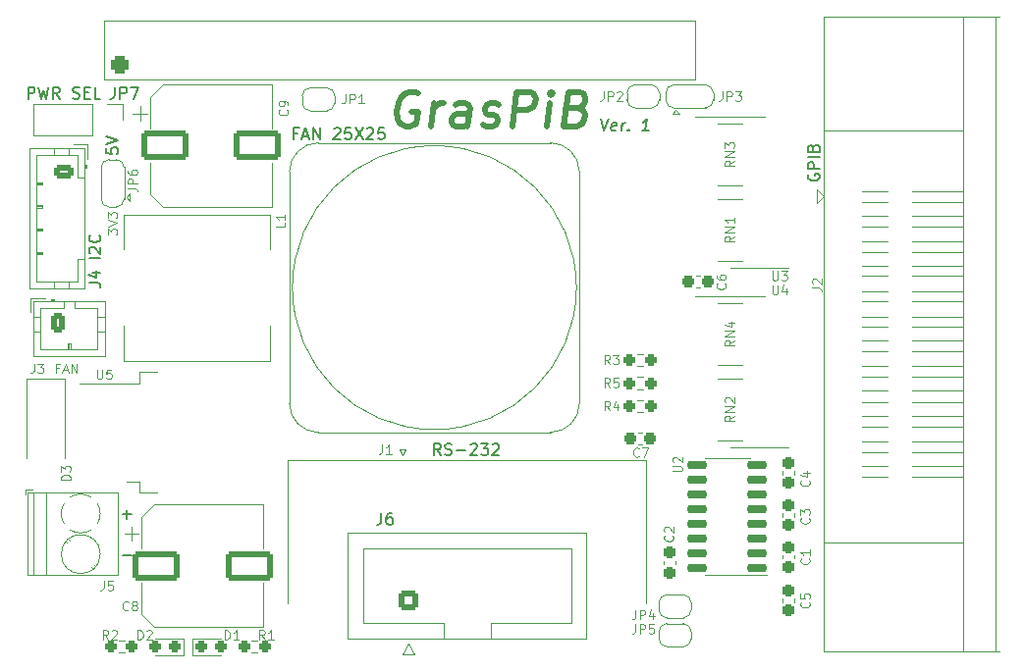
<source format=gbr>
%TF.GenerationSoftware,KiCad,Pcbnew,(6.0.2)*%
%TF.CreationDate,2022-03-12T22:20:01+01:00*%
%TF.ProjectId,GrasPiB_v1,47726173-5069-4425-9f76-312e6b696361,3*%
%TF.SameCoordinates,PX6779420PY3305860*%
%TF.FileFunction,Legend,Top*%
%TF.FilePolarity,Positive*%
%FSLAX46Y46*%
G04 Gerber Fmt 4.6, Leading zero omitted, Abs format (unit mm)*
G04 Created by KiCad (PCBNEW (6.0.2)) date 2022-03-12 22:20:01*
%MOMM*%
%LPD*%
G01*
G04 APERTURE LIST*
G04 Aperture macros list*
%AMRoundRect*
0 Rectangle with rounded corners*
0 $1 Rounding radius*
0 $2 $3 $4 $5 $6 $7 $8 $9 X,Y pos of 4 corners*
0 Add a 4 corners polygon primitive as box body*
4,1,4,$2,$3,$4,$5,$6,$7,$8,$9,$2,$3,0*
0 Add four circle primitives for the rounded corners*
1,1,$1+$1,$2,$3*
1,1,$1+$1,$4,$5*
1,1,$1+$1,$6,$7*
1,1,$1+$1,$8,$9*
0 Add four rect primitives between the rounded corners*
20,1,$1+$1,$2,$3,$4,$5,0*
20,1,$1+$1,$4,$5,$6,$7,0*
20,1,$1+$1,$6,$7,$8,$9,0*
20,1,$1+$1,$8,$9,$2,$3,0*%
%AMFreePoly0*
4,1,22,0.500000,-0.750000,0.000000,-0.750000,0.000000,-0.745033,-0.079941,-0.743568,-0.215256,-0.701293,-0.333266,-0.622738,-0.424486,-0.514219,-0.481581,-0.384460,-0.499164,-0.250000,-0.500000,-0.250000,-0.500000,0.250000,-0.499164,0.250000,-0.499963,0.256109,-0.478152,0.396186,-0.417904,0.524511,-0.324060,0.630769,-0.204165,0.706417,-0.067858,0.745374,0.000000,0.744959,0.000000,0.750000,
0.500000,0.750000,0.500000,-0.750000,0.500000,-0.750000,$1*%
%AMFreePoly1*
4,1,20,0.000000,0.744959,0.073905,0.744508,0.209726,0.703889,0.328688,0.626782,0.421226,0.519385,0.479903,0.390333,0.500000,0.250000,0.500000,-0.250000,0.499851,-0.262216,0.476331,-0.402017,0.414519,-0.529596,0.319384,-0.634700,0.198574,-0.708877,0.061801,-0.746166,0.000000,-0.745033,0.000000,-0.750000,-0.500000,-0.750000,-0.500000,0.750000,0.000000,0.750000,0.000000,0.744959,
0.000000,0.744959,$1*%
%AMFreePoly2*
4,1,22,0.550000,-0.750000,0.000000,-0.750000,0.000000,-0.745033,-0.079941,-0.743568,-0.215256,-0.701293,-0.333266,-0.622738,-0.424486,-0.514219,-0.481581,-0.384460,-0.499164,-0.250000,-0.500000,-0.250000,-0.500000,0.250000,-0.499164,0.250000,-0.499963,0.256109,-0.478152,0.396186,-0.417904,0.524511,-0.324060,0.630769,-0.204165,0.706417,-0.067858,0.745374,0.000000,0.744959,0.000000,0.750000,
0.550000,0.750000,0.550000,-0.750000,0.550000,-0.750000,$1*%
%AMFreePoly3*
4,1,20,0.000000,0.744959,0.073905,0.744508,0.209726,0.703889,0.328688,0.626782,0.421226,0.519385,0.479903,0.390333,0.500000,0.250000,0.500000,-0.250000,0.499851,-0.262216,0.476331,-0.402017,0.414519,-0.529596,0.319384,-0.634700,0.198574,-0.708877,0.061801,-0.746166,0.000000,-0.745033,0.000000,-0.750000,-0.550000,-0.750000,-0.550000,0.750000,0.000000,0.750000,0.000000,0.744959,
0.000000,0.744959,$1*%
G04 Aperture macros list end*
%ADD10C,0.120000*%
%ADD11C,0.150000*%
%ADD12C,0.500000*%
%ADD13C,4.000000*%
%ADD14R,1.600000X1.600000*%
%ADD15C,1.600000*%
%ADD16FreePoly0,180.000000*%
%ADD17FreePoly1,180.000000*%
%ADD18FreePoly2,0.000000*%
%ADD19R,1.000000X1.500000*%
%ADD20FreePoly3,0.000000*%
%ADD21RoundRect,0.237500X-0.300000X-0.237500X0.300000X-0.237500X0.300000X0.237500X-0.300000X0.237500X0*%
%ADD22R,0.900000X0.900000*%
%ADD23R,1.500000X0.600000*%
%ADD24RoundRect,0.237500X0.300000X0.237500X-0.300000X0.237500X-0.300000X-0.237500X0.300000X-0.237500X0*%
%ADD25R,1.800000X3.500000*%
%ADD26C,2.700000*%
%ADD27R,2.900000X5.400000*%
%ADD28R,4.600000X1.100000*%
%ADD29R,9.400000X10.800000*%
%ADD30FreePoly2,90.000000*%
%ADD31R,1.500000X1.000000*%
%ADD32FreePoly3,90.000000*%
%ADD33RoundRect,0.237500X0.250000X0.237500X-0.250000X0.237500X-0.250000X-0.237500X0.250000X-0.237500X0*%
%ADD34RoundRect,0.237500X0.287500X0.237500X-0.287500X0.237500X-0.287500X-0.237500X0.287500X-0.237500X0*%
%ADD35RoundRect,0.250000X-1.750000X-1.000000X1.750000X-1.000000X1.750000X1.000000X-1.750000X1.000000X0*%
%ADD36R,2.400000X2.400000*%
%ADD37C,2.400000*%
%ADD38R,1.700000X1.700000*%
%ADD39O,1.700000X1.700000*%
%ADD40RoundRect,0.237500X-0.287500X-0.237500X0.287500X-0.237500X0.287500X0.237500X-0.287500X0.237500X0*%
%ADD41RoundRect,0.237500X-0.237500X0.300000X-0.237500X-0.300000X0.237500X-0.300000X0.237500X0.300000X0*%
%ADD42RoundRect,0.250000X0.600000X-0.600000X0.600000X0.600000X-0.600000X0.600000X-0.600000X-0.600000X0*%
%ADD43C,1.700000*%
%ADD44O,2.000000X1.500000*%
%ADD45C,6.000000*%
%ADD46RoundRect,0.150000X0.725000X0.150000X-0.725000X0.150000X-0.725000X-0.150000X0.725000X-0.150000X0*%
%ADD47RoundRect,0.237500X0.237500X-0.300000X0.237500X0.300000X-0.237500X0.300000X-0.237500X-0.300000X0*%
%ADD48RoundRect,0.237500X-0.250000X-0.237500X0.250000X-0.237500X0.250000X0.237500X-0.250000X0.237500X0*%
%ADD49RoundRect,0.400000X-0.400000X-0.400000X0.400000X-0.400000X0.400000X0.400000X-0.400000X0.400000X0*%
%ADD50RoundRect,0.249999X-0.625001X0.350001X-0.625001X-0.350001X0.625001X-0.350001X0.625001X0.350001X0*%
%ADD51O,1.750000X1.200000*%
%ADD52RoundRect,0.249999X-0.350001X-0.625001X0.350001X-0.625001X0.350001X0.625001X-0.350001X0.625001X0*%
%ADD53O,1.200000X1.750000*%
G04 APERTURE END LIST*
D10*
X45500000Y-36500000D02*
G75*
G03*
X48000000Y-34000000I0J2500000D01*
G01*
X25500000Y-11500000D02*
G75*
G03*
X23000000Y-14000000I0J-2500000D01*
G01*
X23000000Y-34000000D02*
X23000000Y-14000000D01*
X48000000Y-14000000D02*
G75*
G03*
X45500000Y-11500000I-2500000J0D01*
G01*
X48000000Y-34000000D02*
X48000000Y-14000000D01*
X25500000Y-11500000D02*
X45500000Y-11500000D01*
X23000000Y-34000000D02*
G75*
G03*
X25500000Y-36500000I2500000J0D01*
G01*
X45500000Y-36500000D02*
X25500000Y-36500000D01*
X47750000Y-24000000D02*
G75*
G03*
X47750000Y-24000000I-12250000J0D01*
G01*
D11*
X23678571Y-10678571D02*
X23345238Y-10678571D01*
X23345238Y-11202380D02*
X23345238Y-10202380D01*
X23821428Y-10202380D01*
X24154761Y-10916666D02*
X24630952Y-10916666D01*
X24059523Y-11202380D02*
X24392857Y-10202380D01*
X24726190Y-11202380D01*
X25059523Y-11202380D02*
X25059523Y-10202380D01*
X25630952Y-11202380D01*
X25630952Y-10202380D01*
X26821428Y-10297619D02*
X26869047Y-10250000D01*
X26964285Y-10202380D01*
X27202380Y-10202380D01*
X27297619Y-10250000D01*
X27345238Y-10297619D01*
X27392857Y-10392857D01*
X27392857Y-10488095D01*
X27345238Y-10630952D01*
X26773809Y-11202380D01*
X27392857Y-11202380D01*
X28297619Y-10202380D02*
X27821428Y-10202380D01*
X27773809Y-10678571D01*
X27821428Y-10630952D01*
X27916666Y-10583333D01*
X28154761Y-10583333D01*
X28250000Y-10630952D01*
X28297619Y-10678571D01*
X28345238Y-10773809D01*
X28345238Y-11011904D01*
X28297619Y-11107142D01*
X28250000Y-11154761D01*
X28154761Y-11202380D01*
X27916666Y-11202380D01*
X27821428Y-11154761D01*
X27773809Y-11107142D01*
X28678571Y-10202380D02*
X29345238Y-11202380D01*
X29345238Y-10202380D02*
X28678571Y-11202380D01*
X29678571Y-10297619D02*
X29726190Y-10250000D01*
X29821428Y-10202380D01*
X30059523Y-10202380D01*
X30154761Y-10250000D01*
X30202380Y-10297619D01*
X30250000Y-10392857D01*
X30250000Y-10488095D01*
X30202380Y-10630952D01*
X29630952Y-11202380D01*
X30250000Y-11202380D01*
X31154761Y-10202380D02*
X30678571Y-10202380D01*
X30630952Y-10678571D01*
X30678571Y-10630952D01*
X30773809Y-10583333D01*
X31011904Y-10583333D01*
X31107142Y-10630952D01*
X31154761Y-10678571D01*
X31202380Y-10773809D01*
X31202380Y-11011904D01*
X31154761Y-11107142D01*
X31107142Y-11154761D01*
X31011904Y-11202380D01*
X30773809Y-11202380D01*
X30678571Y-11154761D01*
X30630952Y-11107142D01*
D10*
X7311904Y-19423238D02*
X7311904Y-18928000D01*
X7616666Y-19194666D01*
X7616666Y-19080380D01*
X7654761Y-19004190D01*
X7692857Y-18966095D01*
X7769047Y-18928000D01*
X7959523Y-18928000D01*
X8035714Y-18966095D01*
X8073809Y-19004190D01*
X8111904Y-19080380D01*
X8111904Y-19308952D01*
X8073809Y-19385142D01*
X8035714Y-19423238D01*
X7311904Y-18699428D02*
X8111904Y-18432761D01*
X7311904Y-18166095D01*
X7311904Y-17975619D02*
X7311904Y-17480380D01*
X7616666Y-17747047D01*
X7616666Y-17632761D01*
X7654761Y-17556571D01*
X7692857Y-17518476D01*
X7769047Y-17480380D01*
X7959523Y-17480380D01*
X8035714Y-17518476D01*
X8073809Y-17556571D01*
X8111904Y-17632761D01*
X8111904Y-17861333D01*
X8073809Y-17937523D01*
X8035714Y-17975619D01*
D12*
X34144553Y-7250000D02*
X33876696Y-7107142D01*
X33448125Y-7107142D01*
X33001696Y-7250000D01*
X32680267Y-7535714D01*
X32501696Y-7821428D01*
X32287410Y-8392857D01*
X32233839Y-8821428D01*
X32305267Y-9392857D01*
X32412410Y-9678571D01*
X32662410Y-9964285D01*
X33073125Y-10107142D01*
X33358839Y-10107142D01*
X33805267Y-9964285D01*
X33965982Y-9821428D01*
X34090982Y-8821428D01*
X33519553Y-8821428D01*
X35215982Y-10107142D02*
X35465982Y-8107142D01*
X35394553Y-8678571D02*
X35573125Y-8392857D01*
X35733839Y-8250000D01*
X36037410Y-8107142D01*
X36323125Y-8107142D01*
X38358839Y-10107142D02*
X38555267Y-8535714D01*
X38448125Y-8250000D01*
X38180267Y-8107142D01*
X37608839Y-8107142D01*
X37305267Y-8250000D01*
X38376696Y-9964285D02*
X38073125Y-10107142D01*
X37358839Y-10107142D01*
X37090982Y-9964285D01*
X36983839Y-9678571D01*
X37019553Y-9392857D01*
X37198125Y-9107142D01*
X37501696Y-8964285D01*
X38215982Y-8964285D01*
X38519553Y-8821428D01*
X39662410Y-9964285D02*
X39930267Y-10107142D01*
X40501696Y-10107142D01*
X40805267Y-9964285D01*
X40983839Y-9678571D01*
X41001696Y-9535714D01*
X40894553Y-9250000D01*
X40626696Y-9107142D01*
X40198125Y-9107142D01*
X39930267Y-8964285D01*
X39823125Y-8678571D01*
X39840982Y-8535714D01*
X40019553Y-8250000D01*
X40323125Y-8107142D01*
X40751696Y-8107142D01*
X41019553Y-8250000D01*
X42215982Y-10107142D02*
X42590982Y-7107142D01*
X43733839Y-7107142D01*
X44001696Y-7250000D01*
X44126696Y-7392857D01*
X44233839Y-7678571D01*
X44180267Y-8107142D01*
X44001696Y-8392857D01*
X43840982Y-8535714D01*
X43537410Y-8678571D01*
X42394553Y-8678571D01*
X45215982Y-10107142D02*
X45465982Y-8107142D01*
X45590982Y-7107142D02*
X45430267Y-7250000D01*
X45555267Y-7392857D01*
X45715982Y-7250000D01*
X45590982Y-7107142D01*
X45555267Y-7392857D01*
X47840982Y-8535714D02*
X48251696Y-8678571D01*
X48376696Y-8821428D01*
X48483839Y-9107142D01*
X48430267Y-9535714D01*
X48251696Y-9821428D01*
X48090982Y-9964285D01*
X47787410Y-10107142D01*
X46644553Y-10107142D01*
X47019553Y-7107142D01*
X48019553Y-7107142D01*
X48287410Y-7250000D01*
X48412410Y-7392857D01*
X48519553Y-7678571D01*
X48483839Y-7964285D01*
X48305267Y-8250000D01*
X48144553Y-8392857D01*
X47840982Y-8535714D01*
X46840982Y-8535714D01*
D11*
X8619047Y-47071428D02*
X9380952Y-47071428D01*
X36035714Y-38452380D02*
X35702380Y-37976190D01*
X35464285Y-38452380D02*
X35464285Y-37452380D01*
X35845238Y-37452380D01*
X35940476Y-37500000D01*
X35988095Y-37547619D01*
X36035714Y-37642857D01*
X36035714Y-37785714D01*
X35988095Y-37880952D01*
X35940476Y-37928571D01*
X35845238Y-37976190D01*
X35464285Y-37976190D01*
X36416666Y-38404761D02*
X36559523Y-38452380D01*
X36797619Y-38452380D01*
X36892857Y-38404761D01*
X36940476Y-38357142D01*
X36988095Y-38261904D01*
X36988095Y-38166666D01*
X36940476Y-38071428D01*
X36892857Y-38023809D01*
X36797619Y-37976190D01*
X36607142Y-37928571D01*
X36511904Y-37880952D01*
X36464285Y-37833333D01*
X36416666Y-37738095D01*
X36416666Y-37642857D01*
X36464285Y-37547619D01*
X36511904Y-37500000D01*
X36607142Y-37452380D01*
X36845238Y-37452380D01*
X36988095Y-37500000D01*
X37416666Y-38071428D02*
X38178571Y-38071428D01*
X38607142Y-37547619D02*
X38654761Y-37500000D01*
X38750000Y-37452380D01*
X38988095Y-37452380D01*
X39083333Y-37500000D01*
X39130952Y-37547619D01*
X39178571Y-37642857D01*
X39178571Y-37738095D01*
X39130952Y-37880952D01*
X38559523Y-38452380D01*
X39178571Y-38452380D01*
X39511904Y-37452380D02*
X40130952Y-37452380D01*
X39797619Y-37833333D01*
X39940476Y-37833333D01*
X40035714Y-37880952D01*
X40083333Y-37928571D01*
X40130952Y-38023809D01*
X40130952Y-38261904D01*
X40083333Y-38357142D01*
X40035714Y-38404761D01*
X39940476Y-38452380D01*
X39654761Y-38452380D01*
X39559523Y-38404761D01*
X39511904Y-38357142D01*
X40511904Y-37547619D02*
X40559523Y-37500000D01*
X40654761Y-37452380D01*
X40892857Y-37452380D01*
X40988095Y-37500000D01*
X41035714Y-37547619D01*
X41083333Y-37642857D01*
X41083333Y-37738095D01*
X41035714Y-37880952D01*
X40464285Y-38452380D01*
X41083333Y-38452380D01*
X452380Y-7702380D02*
X452380Y-6702380D01*
X833333Y-6702380D01*
X928571Y-6750000D01*
X976190Y-6797619D01*
X1023809Y-6892857D01*
X1023809Y-7035714D01*
X976190Y-7130952D01*
X928571Y-7178571D01*
X833333Y-7226190D01*
X452380Y-7226190D01*
X1357142Y-6702380D02*
X1595238Y-7702380D01*
X1785714Y-6988095D01*
X1976190Y-7702380D01*
X2214285Y-6702380D01*
X3166666Y-7702380D02*
X2833333Y-7226190D01*
X2595238Y-7702380D02*
X2595238Y-6702380D01*
X2976190Y-6702380D01*
X3071428Y-6750000D01*
X3119047Y-6797619D01*
X3166666Y-6892857D01*
X3166666Y-7035714D01*
X3119047Y-7130952D01*
X3071428Y-7178571D01*
X2976190Y-7226190D01*
X2595238Y-7226190D01*
X4309523Y-7654761D02*
X4452380Y-7702380D01*
X4690476Y-7702380D01*
X4785714Y-7654761D01*
X4833333Y-7607142D01*
X4880952Y-7511904D01*
X4880952Y-7416666D01*
X4833333Y-7321428D01*
X4785714Y-7273809D01*
X4690476Y-7226190D01*
X4500000Y-7178571D01*
X4404761Y-7130952D01*
X4357142Y-7083333D01*
X4309523Y-6988095D01*
X4309523Y-6892857D01*
X4357142Y-6797619D01*
X4404761Y-6750000D01*
X4500000Y-6702380D01*
X4738095Y-6702380D01*
X4880952Y-6750000D01*
X5309523Y-7178571D02*
X5642857Y-7178571D01*
X5785714Y-7702380D02*
X5309523Y-7702380D01*
X5309523Y-6702380D01*
X5785714Y-6702380D01*
X6690476Y-7702380D02*
X6214285Y-7702380D01*
X6214285Y-6702380D01*
X49863660Y-9452380D02*
X50071994Y-10452380D01*
X50530327Y-9452380D01*
X51125565Y-10404761D02*
X51024375Y-10452380D01*
X50833898Y-10452380D01*
X50744613Y-10404761D01*
X50708898Y-10309523D01*
X50756517Y-9928571D01*
X50816041Y-9833333D01*
X50917232Y-9785714D01*
X51107708Y-9785714D01*
X51196994Y-9833333D01*
X51232708Y-9928571D01*
X51220803Y-10023809D01*
X50732708Y-10119047D01*
X51595803Y-10452380D02*
X51679136Y-9785714D01*
X51655327Y-9976190D02*
X51714851Y-9880952D01*
X51768422Y-9833333D01*
X51869613Y-9785714D01*
X51964851Y-9785714D01*
X52226755Y-10357142D02*
X52268422Y-10404761D01*
X52214851Y-10452380D01*
X52173184Y-10404761D01*
X52226755Y-10357142D01*
X52214851Y-10452380D01*
X53976755Y-10452380D02*
X53405327Y-10452380D01*
X53691041Y-10452380D02*
X53816041Y-9452380D01*
X53702946Y-9595238D01*
X53595803Y-9690476D01*
X53494613Y-9738095D01*
X7202380Y-11938214D02*
X7202380Y-12414404D01*
X7678571Y-12462023D01*
X7630952Y-12414404D01*
X7583333Y-12319166D01*
X7583333Y-12081071D01*
X7630952Y-11985833D01*
X7678571Y-11938214D01*
X7773809Y-11890595D01*
X8011904Y-11890595D01*
X8107142Y-11938214D01*
X8154761Y-11985833D01*
X8202380Y-12081071D01*
X8202380Y-12319166D01*
X8154761Y-12414404D01*
X8107142Y-12462023D01*
X7202380Y-11604880D02*
X8202380Y-11271547D01*
X7202380Y-10938214D01*
X8619047Y-43571428D02*
X9380952Y-43571428D01*
X9000000Y-43952380D02*
X9000000Y-43190476D01*
X67750000Y-14226190D02*
X67702380Y-14321428D01*
X67702380Y-14464285D01*
X67750000Y-14607142D01*
X67845238Y-14702380D01*
X67940476Y-14750000D01*
X68130952Y-14797619D01*
X68273809Y-14797619D01*
X68464285Y-14750000D01*
X68559523Y-14702380D01*
X68654761Y-14607142D01*
X68702380Y-14464285D01*
X68702380Y-14369047D01*
X68654761Y-14226190D01*
X68607142Y-14178571D01*
X68273809Y-14178571D01*
X68273809Y-14369047D01*
X68702380Y-13750000D02*
X67702380Y-13750000D01*
X67702380Y-13369047D01*
X67750000Y-13273809D01*
X67797619Y-13226190D01*
X67892857Y-13178571D01*
X68035714Y-13178571D01*
X68130952Y-13226190D01*
X68178571Y-13273809D01*
X68226190Y-13369047D01*
X68226190Y-13750000D01*
X68702380Y-12750000D02*
X67702380Y-12750000D01*
X68178571Y-11940476D02*
X68226190Y-11797619D01*
X68273809Y-11750000D01*
X68369047Y-11702380D01*
X68511904Y-11702380D01*
X68607142Y-11750000D01*
X68654761Y-11797619D01*
X68702380Y-11892857D01*
X68702380Y-12273809D01*
X67702380Y-12273809D01*
X67702380Y-11940476D01*
X67750000Y-11845238D01*
X67797619Y-11797619D01*
X67892857Y-11750000D01*
X67988095Y-11750000D01*
X68083333Y-11797619D01*
X68130952Y-11845238D01*
X68178571Y-11940476D01*
X68178571Y-12273809D01*
X6702380Y-21476190D02*
X5702380Y-21476190D01*
X5797619Y-21047619D02*
X5750000Y-21000000D01*
X5702380Y-20904761D01*
X5702380Y-20666666D01*
X5750000Y-20571428D01*
X5797619Y-20523809D01*
X5892857Y-20476190D01*
X5988095Y-20476190D01*
X6130952Y-20523809D01*
X6702380Y-21095238D01*
X6702380Y-20476190D01*
X6607142Y-19476190D02*
X6654761Y-19523809D01*
X6702380Y-19666666D01*
X6702380Y-19761904D01*
X6654761Y-19904761D01*
X6559523Y-20000000D01*
X6464285Y-20047619D01*
X6273809Y-20095238D01*
X6130952Y-20095238D01*
X5940476Y-20047619D01*
X5845238Y-20000000D01*
X5750000Y-19904761D01*
X5702380Y-19761904D01*
X5702380Y-19666666D01*
X5750000Y-19523809D01*
X5797619Y-19476190D01*
D10*
X3102380Y-30942857D02*
X2835714Y-30942857D01*
X2835714Y-31361904D02*
X2835714Y-30561904D01*
X3216666Y-30561904D01*
X3483333Y-31133333D02*
X3864285Y-31133333D01*
X3407142Y-31361904D02*
X3673809Y-30561904D01*
X3940476Y-31361904D01*
X4207142Y-31361904D02*
X4207142Y-30561904D01*
X4664285Y-31361904D01*
X4664285Y-30561904D01*
%TO.C,J1*%
X30983333Y-37561904D02*
X30983333Y-38133333D01*
X30945238Y-38247619D01*
X30869047Y-38323809D01*
X30754761Y-38361904D01*
X30678571Y-38361904D01*
X31783333Y-38361904D02*
X31326190Y-38361904D01*
X31554761Y-38361904D02*
X31554761Y-37561904D01*
X31478571Y-37676190D01*
X31402380Y-37752380D01*
X31326190Y-37790476D01*
%TO.C,JP1*%
X27833333Y-7311904D02*
X27833333Y-7883333D01*
X27795238Y-7997619D01*
X27719047Y-8073809D01*
X27604761Y-8111904D01*
X27528571Y-8111904D01*
X28214285Y-8111904D02*
X28214285Y-7311904D01*
X28519047Y-7311904D01*
X28595238Y-7350000D01*
X28633333Y-7388095D01*
X28671428Y-7464285D01*
X28671428Y-7578571D01*
X28633333Y-7654761D01*
X28595238Y-7692857D01*
X28519047Y-7730952D01*
X28214285Y-7730952D01*
X29433333Y-8111904D02*
X28976190Y-8111904D01*
X29204761Y-8111904D02*
X29204761Y-7311904D01*
X29128571Y-7426190D01*
X29052380Y-7502380D01*
X28976190Y-7540476D01*
%TO.C,JP2*%
X50083333Y-7061904D02*
X50083333Y-7633333D01*
X50045238Y-7747619D01*
X49969047Y-7823809D01*
X49854761Y-7861904D01*
X49778571Y-7861904D01*
X50464285Y-7861904D02*
X50464285Y-7061904D01*
X50769047Y-7061904D01*
X50845238Y-7100000D01*
X50883333Y-7138095D01*
X50921428Y-7214285D01*
X50921428Y-7328571D01*
X50883333Y-7404761D01*
X50845238Y-7442857D01*
X50769047Y-7480952D01*
X50464285Y-7480952D01*
X51226190Y-7138095D02*
X51264285Y-7100000D01*
X51340476Y-7061904D01*
X51530952Y-7061904D01*
X51607142Y-7100000D01*
X51645238Y-7138095D01*
X51683333Y-7214285D01*
X51683333Y-7290476D01*
X51645238Y-7404761D01*
X51188095Y-7861904D01*
X51683333Y-7861904D01*
%TO.C,JP3*%
X60333333Y-7061904D02*
X60333333Y-7633333D01*
X60295238Y-7747619D01*
X60219047Y-7823809D01*
X60104761Y-7861904D01*
X60028571Y-7861904D01*
X60714285Y-7861904D02*
X60714285Y-7061904D01*
X61019047Y-7061904D01*
X61095238Y-7100000D01*
X61133333Y-7138095D01*
X61171428Y-7214285D01*
X61171428Y-7328571D01*
X61133333Y-7404761D01*
X61095238Y-7442857D01*
X61019047Y-7480952D01*
X60714285Y-7480952D01*
X61438095Y-7061904D02*
X61933333Y-7061904D01*
X61666666Y-7366666D01*
X61780952Y-7366666D01*
X61857142Y-7404761D01*
X61895238Y-7442857D01*
X61933333Y-7519047D01*
X61933333Y-7709523D01*
X61895238Y-7785714D01*
X61857142Y-7823809D01*
X61780952Y-7861904D01*
X61552380Y-7861904D01*
X61476190Y-7823809D01*
X61438095Y-7785714D01*
%TO.C,C7*%
X53116666Y-38535714D02*
X53078571Y-38573809D01*
X52964285Y-38611904D01*
X52888095Y-38611904D01*
X52773809Y-38573809D01*
X52697619Y-38497619D01*
X52659523Y-38421428D01*
X52621428Y-38269047D01*
X52621428Y-38154761D01*
X52659523Y-38002380D01*
X52697619Y-37926190D01*
X52773809Y-37850000D01*
X52888095Y-37811904D01*
X52964285Y-37811904D01*
X53078571Y-37850000D01*
X53116666Y-37888095D01*
X53383333Y-37811904D02*
X53916666Y-37811904D01*
X53573809Y-38611904D01*
%TO.C,RN1*%
X61361904Y-19552380D02*
X60980952Y-19819047D01*
X61361904Y-20009523D02*
X60561904Y-20009523D01*
X60561904Y-19704761D01*
X60600000Y-19628571D01*
X60638095Y-19590476D01*
X60714285Y-19552380D01*
X60828571Y-19552380D01*
X60904761Y-19590476D01*
X60942857Y-19628571D01*
X60980952Y-19704761D01*
X60980952Y-20009523D01*
X61361904Y-19209523D02*
X60561904Y-19209523D01*
X61361904Y-18752380D01*
X60561904Y-18752380D01*
X61361904Y-17952380D02*
X61361904Y-18409523D01*
X61361904Y-18180952D02*
X60561904Y-18180952D01*
X60676190Y-18257142D01*
X60752380Y-18333333D01*
X60790476Y-18409523D01*
%TO.C,RN3*%
X61361904Y-13052380D02*
X60980952Y-13319047D01*
X61361904Y-13509523D02*
X60561904Y-13509523D01*
X60561904Y-13204761D01*
X60600000Y-13128571D01*
X60638095Y-13090476D01*
X60714285Y-13052380D01*
X60828571Y-13052380D01*
X60904761Y-13090476D01*
X60942857Y-13128571D01*
X60980952Y-13204761D01*
X60980952Y-13509523D01*
X61361904Y-12709523D02*
X60561904Y-12709523D01*
X61361904Y-12252380D01*
X60561904Y-12252380D01*
X60561904Y-11947619D02*
X60561904Y-11452380D01*
X60866666Y-11719047D01*
X60866666Y-11604761D01*
X60904761Y-11528571D01*
X60942857Y-11490476D01*
X61019047Y-11452380D01*
X61209523Y-11452380D01*
X61285714Y-11490476D01*
X61323809Y-11528571D01*
X61361904Y-11604761D01*
X61361904Y-11833333D01*
X61323809Y-11909523D01*
X61285714Y-11947619D01*
%TO.C,U3*%
X64640476Y-22561904D02*
X64640476Y-23209523D01*
X64678571Y-23285714D01*
X64716666Y-23323809D01*
X64792857Y-23361904D01*
X64945238Y-23361904D01*
X65021428Y-23323809D01*
X65059523Y-23285714D01*
X65097619Y-23209523D01*
X65097619Y-22561904D01*
X65402380Y-22561904D02*
X65897619Y-22561904D01*
X65630952Y-22866666D01*
X65745238Y-22866666D01*
X65821428Y-22904761D01*
X65859523Y-22942857D01*
X65897619Y-23019047D01*
X65897619Y-23209523D01*
X65859523Y-23285714D01*
X65821428Y-23323809D01*
X65745238Y-23361904D01*
X65516666Y-23361904D01*
X65440476Y-23323809D01*
X65402380Y-23285714D01*
%TO.C,RN2*%
X61361904Y-35052380D02*
X60980952Y-35319047D01*
X61361904Y-35509523D02*
X60561904Y-35509523D01*
X60561904Y-35204761D01*
X60600000Y-35128571D01*
X60638095Y-35090476D01*
X60714285Y-35052380D01*
X60828571Y-35052380D01*
X60904761Y-35090476D01*
X60942857Y-35128571D01*
X60980952Y-35204761D01*
X60980952Y-35509523D01*
X61361904Y-34709523D02*
X60561904Y-34709523D01*
X61361904Y-34252380D01*
X60561904Y-34252380D01*
X60638095Y-33909523D02*
X60600000Y-33871428D01*
X60561904Y-33795238D01*
X60561904Y-33604761D01*
X60600000Y-33528571D01*
X60638095Y-33490476D01*
X60714285Y-33452380D01*
X60790476Y-33452380D01*
X60904761Y-33490476D01*
X61361904Y-33947619D01*
X61361904Y-33452380D01*
%TO.C,U4*%
X64640476Y-23811904D02*
X64640476Y-24459523D01*
X64678571Y-24535714D01*
X64716666Y-24573809D01*
X64792857Y-24611904D01*
X64945238Y-24611904D01*
X65021428Y-24573809D01*
X65059523Y-24535714D01*
X65097619Y-24459523D01*
X65097619Y-23811904D01*
X65821428Y-24078571D02*
X65821428Y-24611904D01*
X65630952Y-23773809D02*
X65440476Y-24345238D01*
X65935714Y-24345238D01*
%TO.C,RN4*%
X61361904Y-28552380D02*
X60980952Y-28819047D01*
X61361904Y-29009523D02*
X60561904Y-29009523D01*
X60561904Y-28704761D01*
X60600000Y-28628571D01*
X60638095Y-28590476D01*
X60714285Y-28552380D01*
X60828571Y-28552380D01*
X60904761Y-28590476D01*
X60942857Y-28628571D01*
X60980952Y-28704761D01*
X60980952Y-29009523D01*
X61361904Y-28209523D02*
X60561904Y-28209523D01*
X61361904Y-27752380D01*
X60561904Y-27752380D01*
X60828571Y-27028571D02*
X61361904Y-27028571D01*
X60523809Y-27219047D02*
X61095238Y-27409523D01*
X61095238Y-26914285D01*
%TO.C,C6*%
X60535714Y-23633333D02*
X60573809Y-23671428D01*
X60611904Y-23785714D01*
X60611904Y-23861904D01*
X60573809Y-23976190D01*
X60497619Y-24052380D01*
X60421428Y-24090476D01*
X60269047Y-24128571D01*
X60154761Y-24128571D01*
X60002380Y-24090476D01*
X59926190Y-24052380D01*
X59850000Y-23976190D01*
X59811904Y-23861904D01*
X59811904Y-23785714D01*
X59850000Y-23671428D01*
X59888095Y-23633333D01*
X59811904Y-22947619D02*
X59811904Y-23100000D01*
X59850000Y-23176190D01*
X59888095Y-23214285D01*
X60002380Y-23290476D01*
X60154761Y-23328571D01*
X60459523Y-23328571D01*
X60535714Y-23290476D01*
X60573809Y-23252380D01*
X60611904Y-23176190D01*
X60611904Y-23023809D01*
X60573809Y-22947619D01*
X60535714Y-22909523D01*
X60459523Y-22871428D01*
X60269047Y-22871428D01*
X60192857Y-22909523D01*
X60154761Y-22947619D01*
X60116666Y-23023809D01*
X60116666Y-23176190D01*
X60154761Y-23252380D01*
X60192857Y-23290476D01*
X60269047Y-23328571D01*
%TO.C,D3*%
X4111904Y-40590476D02*
X3311904Y-40590476D01*
X3311904Y-40400000D01*
X3350000Y-40285714D01*
X3426190Y-40209523D01*
X3502380Y-40171428D01*
X3654761Y-40133333D01*
X3769047Y-40133333D01*
X3921428Y-40171428D01*
X3997619Y-40209523D01*
X4073809Y-40285714D01*
X4111904Y-40400000D01*
X4111904Y-40590476D01*
X3311904Y-39866666D02*
X3311904Y-39371428D01*
X3616666Y-39638095D01*
X3616666Y-39523809D01*
X3654761Y-39447619D01*
X3692857Y-39409523D01*
X3769047Y-39371428D01*
X3959523Y-39371428D01*
X4035714Y-39409523D01*
X4073809Y-39447619D01*
X4111904Y-39523809D01*
X4111904Y-39752380D01*
X4073809Y-39828571D01*
X4035714Y-39866666D01*
%TO.C,L1*%
X22611904Y-18383333D02*
X22611904Y-18764285D01*
X21811904Y-18764285D01*
X22611904Y-17697619D02*
X22611904Y-18154761D01*
X22611904Y-17926190D02*
X21811904Y-17926190D01*
X21926190Y-18002380D01*
X22002380Y-18078571D01*
X22040476Y-18154761D01*
%TO.C,U5*%
X6390476Y-31061904D02*
X6390476Y-31709523D01*
X6428571Y-31785714D01*
X6466666Y-31823809D01*
X6542857Y-31861904D01*
X6695238Y-31861904D01*
X6771428Y-31823809D01*
X6809523Y-31785714D01*
X6847619Y-31709523D01*
X6847619Y-31061904D01*
X7609523Y-31061904D02*
X7228571Y-31061904D01*
X7190476Y-31442857D01*
X7228571Y-31404761D01*
X7304761Y-31366666D01*
X7495238Y-31366666D01*
X7571428Y-31404761D01*
X7609523Y-31442857D01*
X7647619Y-31519047D01*
X7647619Y-31709523D01*
X7609523Y-31785714D01*
X7571428Y-31823809D01*
X7495238Y-31861904D01*
X7304761Y-31861904D01*
X7228571Y-31823809D01*
X7190476Y-31785714D01*
%TO.C,JP5*%
X52833333Y-53061904D02*
X52833333Y-53633333D01*
X52795238Y-53747619D01*
X52719047Y-53823809D01*
X52604761Y-53861904D01*
X52528571Y-53861904D01*
X53214285Y-53861904D02*
X53214285Y-53061904D01*
X53519047Y-53061904D01*
X53595238Y-53100000D01*
X53633333Y-53138095D01*
X53671428Y-53214285D01*
X53671428Y-53328571D01*
X53633333Y-53404761D01*
X53595238Y-53442857D01*
X53519047Y-53480952D01*
X53214285Y-53480952D01*
X54395238Y-53061904D02*
X54014285Y-53061904D01*
X53976190Y-53442857D01*
X54014285Y-53404761D01*
X54090476Y-53366666D01*
X54280952Y-53366666D01*
X54357142Y-53404761D01*
X54395238Y-53442857D01*
X54433333Y-53519047D01*
X54433333Y-53709523D01*
X54395238Y-53785714D01*
X54357142Y-53823809D01*
X54280952Y-53861904D01*
X54090476Y-53861904D01*
X54014285Y-53823809D01*
X53976190Y-53785714D01*
%TO.C,JP6*%
X9061904Y-15416666D02*
X9633333Y-15416666D01*
X9747619Y-15454761D01*
X9823809Y-15530952D01*
X9861904Y-15645238D01*
X9861904Y-15721428D01*
X9861904Y-15035714D02*
X9061904Y-15035714D01*
X9061904Y-14730952D01*
X9100000Y-14654761D01*
X9138095Y-14616666D01*
X9214285Y-14578571D01*
X9328571Y-14578571D01*
X9404761Y-14616666D01*
X9442857Y-14654761D01*
X9480952Y-14730952D01*
X9480952Y-15035714D01*
X9061904Y-13892857D02*
X9061904Y-14045238D01*
X9100000Y-14121428D01*
X9138095Y-14159523D01*
X9252380Y-14235714D01*
X9404761Y-14273809D01*
X9709523Y-14273809D01*
X9785714Y-14235714D01*
X9823809Y-14197619D01*
X9861904Y-14121428D01*
X9861904Y-13969047D01*
X9823809Y-13892857D01*
X9785714Y-13854761D01*
X9709523Y-13816666D01*
X9519047Y-13816666D01*
X9442857Y-13854761D01*
X9404761Y-13892857D01*
X9366666Y-13969047D01*
X9366666Y-14121428D01*
X9404761Y-14197619D01*
X9442857Y-14235714D01*
X9519047Y-14273809D01*
%TO.C,R2*%
X7366666Y-54361904D02*
X7100000Y-53980952D01*
X6909523Y-54361904D02*
X6909523Y-53561904D01*
X7214285Y-53561904D01*
X7290476Y-53600000D01*
X7328571Y-53638095D01*
X7366666Y-53714285D01*
X7366666Y-53828571D01*
X7328571Y-53904761D01*
X7290476Y-53942857D01*
X7214285Y-53980952D01*
X6909523Y-53980952D01*
X7671428Y-53638095D02*
X7709523Y-53600000D01*
X7785714Y-53561904D01*
X7976190Y-53561904D01*
X8052380Y-53600000D01*
X8090476Y-53638095D01*
X8128571Y-53714285D01*
X8128571Y-53790476D01*
X8090476Y-53904761D01*
X7633333Y-54361904D01*
X8128571Y-54361904D01*
%TO.C,R1*%
X20866666Y-54361904D02*
X20600000Y-53980952D01*
X20409523Y-54361904D02*
X20409523Y-53561904D01*
X20714285Y-53561904D01*
X20790476Y-53600000D01*
X20828571Y-53638095D01*
X20866666Y-53714285D01*
X20866666Y-53828571D01*
X20828571Y-53904761D01*
X20790476Y-53942857D01*
X20714285Y-53980952D01*
X20409523Y-53980952D01*
X21628571Y-54361904D02*
X21171428Y-54361904D01*
X21400000Y-54361904D02*
X21400000Y-53561904D01*
X21323809Y-53676190D01*
X21247619Y-53752380D01*
X21171428Y-53790476D01*
%TO.C,D2*%
X9909523Y-54361904D02*
X9909523Y-53561904D01*
X10100000Y-53561904D01*
X10214285Y-53600000D01*
X10290476Y-53676190D01*
X10328571Y-53752380D01*
X10366666Y-53904761D01*
X10366666Y-54019047D01*
X10328571Y-54171428D01*
X10290476Y-54247619D01*
X10214285Y-54323809D01*
X10100000Y-54361904D01*
X9909523Y-54361904D01*
X10671428Y-53638095D02*
X10709523Y-53600000D01*
X10785714Y-53561904D01*
X10976190Y-53561904D01*
X11052380Y-53600000D01*
X11090476Y-53638095D01*
X11128571Y-53714285D01*
X11128571Y-53790476D01*
X11090476Y-53904761D01*
X10633333Y-54361904D01*
X11128571Y-54361904D01*
%TO.C,C9*%
X22785714Y-8633333D02*
X22823809Y-8671428D01*
X22861904Y-8785714D01*
X22861904Y-8861904D01*
X22823809Y-8976190D01*
X22747619Y-9052380D01*
X22671428Y-9090476D01*
X22519047Y-9128571D01*
X22404761Y-9128571D01*
X22252380Y-9090476D01*
X22176190Y-9052380D01*
X22100000Y-8976190D01*
X22061904Y-8861904D01*
X22061904Y-8785714D01*
X22100000Y-8671428D01*
X22138095Y-8633333D01*
X22861904Y-8252380D02*
X22861904Y-8100000D01*
X22823809Y-8023809D01*
X22785714Y-7985714D01*
X22671428Y-7909523D01*
X22519047Y-7871428D01*
X22214285Y-7871428D01*
X22138095Y-7909523D01*
X22100000Y-7947619D01*
X22061904Y-8023809D01*
X22061904Y-8176190D01*
X22100000Y-8252380D01*
X22138095Y-8290476D01*
X22214285Y-8328571D01*
X22404761Y-8328571D01*
X22480952Y-8290476D01*
X22519047Y-8252380D01*
X22557142Y-8176190D01*
X22557142Y-8023809D01*
X22519047Y-7947619D01*
X22480952Y-7909523D01*
X22404761Y-7871428D01*
%TO.C,J5*%
X6983333Y-49311904D02*
X6983333Y-49883333D01*
X6945238Y-49997619D01*
X6869047Y-50073809D01*
X6754761Y-50111904D01*
X6678571Y-50111904D01*
X7745238Y-49311904D02*
X7364285Y-49311904D01*
X7326190Y-49692857D01*
X7364285Y-49654761D01*
X7440476Y-49616666D01*
X7630952Y-49616666D01*
X7707142Y-49654761D01*
X7745238Y-49692857D01*
X7783333Y-49769047D01*
X7783333Y-49959523D01*
X7745238Y-50035714D01*
X7707142Y-50073809D01*
X7630952Y-50111904D01*
X7440476Y-50111904D01*
X7364285Y-50073809D01*
X7326190Y-50035714D01*
%TO.C,C8*%
X9116666Y-51785714D02*
X9078571Y-51823809D01*
X8964285Y-51861904D01*
X8888095Y-51861904D01*
X8773809Y-51823809D01*
X8697619Y-51747619D01*
X8659523Y-51671428D01*
X8621428Y-51519047D01*
X8621428Y-51404761D01*
X8659523Y-51252380D01*
X8697619Y-51176190D01*
X8773809Y-51100000D01*
X8888095Y-51061904D01*
X8964285Y-51061904D01*
X9078571Y-51100000D01*
X9116666Y-51138095D01*
X9573809Y-51404761D02*
X9497619Y-51366666D01*
X9459523Y-51328571D01*
X9421428Y-51252380D01*
X9421428Y-51214285D01*
X9459523Y-51138095D01*
X9497619Y-51100000D01*
X9573809Y-51061904D01*
X9726190Y-51061904D01*
X9802380Y-51100000D01*
X9840476Y-51138095D01*
X9878571Y-51214285D01*
X9878571Y-51252380D01*
X9840476Y-51328571D01*
X9802380Y-51366666D01*
X9726190Y-51404761D01*
X9573809Y-51404761D01*
X9497619Y-51442857D01*
X9459523Y-51480952D01*
X9421428Y-51557142D01*
X9421428Y-51709523D01*
X9459523Y-51785714D01*
X9497619Y-51823809D01*
X9573809Y-51861904D01*
X9726190Y-51861904D01*
X9802380Y-51823809D01*
X9840476Y-51785714D01*
X9878571Y-51709523D01*
X9878571Y-51557142D01*
X9840476Y-51480952D01*
X9802380Y-51442857D01*
X9726190Y-51404761D01*
D11*
%TO.C,JP7*%
X7916666Y-6702380D02*
X7916666Y-7416666D01*
X7869047Y-7559523D01*
X7773809Y-7654761D01*
X7630952Y-7702380D01*
X7535714Y-7702380D01*
X8392857Y-7702380D02*
X8392857Y-6702380D01*
X8773809Y-6702380D01*
X8869047Y-6750000D01*
X8916666Y-6797619D01*
X8964285Y-6892857D01*
X8964285Y-7035714D01*
X8916666Y-7130952D01*
X8869047Y-7178571D01*
X8773809Y-7226190D01*
X8392857Y-7226190D01*
X9297619Y-6702380D02*
X9964285Y-6702380D01*
X9535714Y-7702380D01*
D10*
%TO.C,D1*%
X17409523Y-54361904D02*
X17409523Y-53561904D01*
X17600000Y-53561904D01*
X17714285Y-53600000D01*
X17790476Y-53676190D01*
X17828571Y-53752380D01*
X17866666Y-53904761D01*
X17866666Y-54019047D01*
X17828571Y-54171428D01*
X17790476Y-54247619D01*
X17714285Y-54323809D01*
X17600000Y-54361904D01*
X17409523Y-54361904D01*
X18628571Y-54361904D02*
X18171428Y-54361904D01*
X18400000Y-54361904D02*
X18400000Y-53561904D01*
X18323809Y-53676190D01*
X18247619Y-53752380D01*
X18171428Y-53790476D01*
%TO.C,C2*%
X56035714Y-45383333D02*
X56073809Y-45421428D01*
X56111904Y-45535714D01*
X56111904Y-45611904D01*
X56073809Y-45726190D01*
X55997619Y-45802380D01*
X55921428Y-45840476D01*
X55769047Y-45878571D01*
X55654761Y-45878571D01*
X55502380Y-45840476D01*
X55426190Y-45802380D01*
X55350000Y-45726190D01*
X55311904Y-45611904D01*
X55311904Y-45535714D01*
X55350000Y-45421428D01*
X55388095Y-45383333D01*
X55388095Y-45078571D02*
X55350000Y-45040476D01*
X55311904Y-44964285D01*
X55311904Y-44773809D01*
X55350000Y-44697619D01*
X55388095Y-44659523D01*
X55464285Y-44621428D01*
X55540476Y-44621428D01*
X55654761Y-44659523D01*
X56111904Y-45116666D01*
X56111904Y-44621428D01*
D11*
%TO.C,J6*%
X30916666Y-43452380D02*
X30916666Y-44166666D01*
X30869047Y-44309523D01*
X30773809Y-44404761D01*
X30630952Y-44452380D01*
X30535714Y-44452380D01*
X31821428Y-43452380D02*
X31630952Y-43452380D01*
X31535714Y-43500000D01*
X31488095Y-43547619D01*
X31392857Y-43690476D01*
X31345238Y-43880952D01*
X31345238Y-44261904D01*
X31392857Y-44357142D01*
X31440476Y-44404761D01*
X31535714Y-44452380D01*
X31726190Y-44452380D01*
X31821428Y-44404761D01*
X31869047Y-44357142D01*
X31916666Y-44261904D01*
X31916666Y-44023809D01*
X31869047Y-43928571D01*
X31821428Y-43880952D01*
X31726190Y-43833333D01*
X31535714Y-43833333D01*
X31440476Y-43880952D01*
X31392857Y-43928571D01*
X31345238Y-44023809D01*
D10*
%TO.C,J2*%
X68061904Y-24016666D02*
X68633333Y-24016666D01*
X68747619Y-24054761D01*
X68823809Y-24130952D01*
X68861904Y-24245238D01*
X68861904Y-24321428D01*
X68138095Y-23673809D02*
X68100000Y-23635714D01*
X68061904Y-23559523D01*
X68061904Y-23369047D01*
X68100000Y-23292857D01*
X68138095Y-23254761D01*
X68214285Y-23216666D01*
X68290476Y-23216666D01*
X68404761Y-23254761D01*
X68861904Y-23711904D01*
X68861904Y-23216666D01*
%TO.C,U2*%
X56061904Y-39859523D02*
X56709523Y-39859523D01*
X56785714Y-39821428D01*
X56823809Y-39783333D01*
X56861904Y-39707142D01*
X56861904Y-39554761D01*
X56823809Y-39478571D01*
X56785714Y-39440476D01*
X56709523Y-39402380D01*
X56061904Y-39402380D01*
X56138095Y-39059523D02*
X56100000Y-39021428D01*
X56061904Y-38945238D01*
X56061904Y-38754761D01*
X56100000Y-38678571D01*
X56138095Y-38640476D01*
X56214285Y-38602380D01*
X56290476Y-38602380D01*
X56404761Y-38640476D01*
X56861904Y-39097619D01*
X56861904Y-38602380D01*
%TO.C,C1*%
X67785714Y-47383333D02*
X67823809Y-47421428D01*
X67861904Y-47535714D01*
X67861904Y-47611904D01*
X67823809Y-47726190D01*
X67747619Y-47802380D01*
X67671428Y-47840476D01*
X67519047Y-47878571D01*
X67404761Y-47878571D01*
X67252380Y-47840476D01*
X67176190Y-47802380D01*
X67100000Y-47726190D01*
X67061904Y-47611904D01*
X67061904Y-47535714D01*
X67100000Y-47421428D01*
X67138095Y-47383333D01*
X67861904Y-46621428D02*
X67861904Y-47078571D01*
X67861904Y-46850000D02*
X67061904Y-46850000D01*
X67176190Y-46926190D01*
X67252380Y-47002380D01*
X67290476Y-47078571D01*
%TO.C,C4*%
X67785714Y-40633333D02*
X67823809Y-40671428D01*
X67861904Y-40785714D01*
X67861904Y-40861904D01*
X67823809Y-40976190D01*
X67747619Y-41052380D01*
X67671428Y-41090476D01*
X67519047Y-41128571D01*
X67404761Y-41128571D01*
X67252380Y-41090476D01*
X67176190Y-41052380D01*
X67100000Y-40976190D01*
X67061904Y-40861904D01*
X67061904Y-40785714D01*
X67100000Y-40671428D01*
X67138095Y-40633333D01*
X67328571Y-39947619D02*
X67861904Y-39947619D01*
X67023809Y-40138095D02*
X67595238Y-40328571D01*
X67595238Y-39833333D01*
%TO.C,C3*%
X67785714Y-43883333D02*
X67823809Y-43921428D01*
X67861904Y-44035714D01*
X67861904Y-44111904D01*
X67823809Y-44226190D01*
X67747619Y-44302380D01*
X67671428Y-44340476D01*
X67519047Y-44378571D01*
X67404761Y-44378571D01*
X67252380Y-44340476D01*
X67176190Y-44302380D01*
X67100000Y-44226190D01*
X67061904Y-44111904D01*
X67061904Y-44035714D01*
X67100000Y-43921428D01*
X67138095Y-43883333D01*
X67061904Y-43616666D02*
X67061904Y-43121428D01*
X67366666Y-43388095D01*
X67366666Y-43273809D01*
X67404761Y-43197619D01*
X67442857Y-43159523D01*
X67519047Y-43121428D01*
X67709523Y-43121428D01*
X67785714Y-43159523D01*
X67823809Y-43197619D01*
X67861904Y-43273809D01*
X67861904Y-43502380D01*
X67823809Y-43578571D01*
X67785714Y-43616666D01*
%TO.C,JP4*%
X52833333Y-51811904D02*
X52833333Y-52383333D01*
X52795238Y-52497619D01*
X52719047Y-52573809D01*
X52604761Y-52611904D01*
X52528571Y-52611904D01*
X53214285Y-52611904D02*
X53214285Y-51811904D01*
X53519047Y-51811904D01*
X53595238Y-51850000D01*
X53633333Y-51888095D01*
X53671428Y-51964285D01*
X53671428Y-52078571D01*
X53633333Y-52154761D01*
X53595238Y-52192857D01*
X53519047Y-52230952D01*
X53214285Y-52230952D01*
X54357142Y-52078571D02*
X54357142Y-52611904D01*
X54166666Y-51773809D02*
X53976190Y-52345238D01*
X54471428Y-52345238D01*
%TO.C,R3*%
X50616666Y-30611904D02*
X50350000Y-30230952D01*
X50159523Y-30611904D02*
X50159523Y-29811904D01*
X50464285Y-29811904D01*
X50540476Y-29850000D01*
X50578571Y-29888095D01*
X50616666Y-29964285D01*
X50616666Y-30078571D01*
X50578571Y-30154761D01*
X50540476Y-30192857D01*
X50464285Y-30230952D01*
X50159523Y-30230952D01*
X50883333Y-29811904D02*
X51378571Y-29811904D01*
X51111904Y-30116666D01*
X51226190Y-30116666D01*
X51302380Y-30154761D01*
X51340476Y-30192857D01*
X51378571Y-30269047D01*
X51378571Y-30459523D01*
X51340476Y-30535714D01*
X51302380Y-30573809D01*
X51226190Y-30611904D01*
X50997619Y-30611904D01*
X50921428Y-30573809D01*
X50883333Y-30535714D01*
%TO.C,R4*%
X50616666Y-34611904D02*
X50350000Y-34230952D01*
X50159523Y-34611904D02*
X50159523Y-33811904D01*
X50464285Y-33811904D01*
X50540476Y-33850000D01*
X50578571Y-33888095D01*
X50616666Y-33964285D01*
X50616666Y-34078571D01*
X50578571Y-34154761D01*
X50540476Y-34192857D01*
X50464285Y-34230952D01*
X50159523Y-34230952D01*
X51302380Y-34078571D02*
X51302380Y-34611904D01*
X51111904Y-33773809D02*
X50921428Y-34345238D01*
X51416666Y-34345238D01*
%TO.C,R5*%
X50616666Y-32611904D02*
X50350000Y-32230952D01*
X50159523Y-32611904D02*
X50159523Y-31811904D01*
X50464285Y-31811904D01*
X50540476Y-31850000D01*
X50578571Y-31888095D01*
X50616666Y-31964285D01*
X50616666Y-32078571D01*
X50578571Y-32154761D01*
X50540476Y-32192857D01*
X50464285Y-32230952D01*
X50159523Y-32230952D01*
X51340476Y-31811904D02*
X50959523Y-31811904D01*
X50921428Y-32192857D01*
X50959523Y-32154761D01*
X51035714Y-32116666D01*
X51226190Y-32116666D01*
X51302380Y-32154761D01*
X51340476Y-32192857D01*
X51378571Y-32269047D01*
X51378571Y-32459523D01*
X51340476Y-32535714D01*
X51302380Y-32573809D01*
X51226190Y-32611904D01*
X51035714Y-32611904D01*
X50959523Y-32573809D01*
X50921428Y-32535714D01*
D11*
%TO.C,J4*%
X5702380Y-23583333D02*
X6416666Y-23583333D01*
X6559523Y-23630952D01*
X6654761Y-23726190D01*
X6702380Y-23869047D01*
X6702380Y-23964285D01*
X6035714Y-22678571D02*
X6702380Y-22678571D01*
X5654761Y-22916666D02*
X6369047Y-23154761D01*
X6369047Y-22535714D01*
D10*
%TO.C,J3*%
X983333Y-30561904D02*
X983333Y-31133333D01*
X945238Y-31247619D01*
X869047Y-31323809D01*
X754761Y-31361904D01*
X678571Y-31361904D01*
X1288095Y-30561904D02*
X1783333Y-30561904D01*
X1516666Y-30866666D01*
X1630952Y-30866666D01*
X1707142Y-30904761D01*
X1745238Y-30942857D01*
X1783333Y-31019047D01*
X1783333Y-31209523D01*
X1745238Y-31285714D01*
X1707142Y-31323809D01*
X1630952Y-31361904D01*
X1402380Y-31361904D01*
X1326190Y-31323809D01*
X1288095Y-31285714D01*
%TO.C,C5*%
X67785714Y-51133333D02*
X67823809Y-51171428D01*
X67861904Y-51285714D01*
X67861904Y-51361904D01*
X67823809Y-51476190D01*
X67747619Y-51552380D01*
X67671428Y-51590476D01*
X67519047Y-51628571D01*
X67404761Y-51628571D01*
X67252380Y-51590476D01*
X67176190Y-51552380D01*
X67100000Y-51476190D01*
X67061904Y-51361904D01*
X67061904Y-51285714D01*
X67100000Y-51171428D01*
X67138095Y-51133333D01*
X67061904Y-50409523D02*
X67061904Y-50790476D01*
X67442857Y-50828571D01*
X67404761Y-50790476D01*
X67366666Y-50714285D01*
X67366666Y-50523809D01*
X67404761Y-50447619D01*
X67442857Y-50409523D01*
X67519047Y-50371428D01*
X67709523Y-50371428D01*
X67785714Y-50409523D01*
X67823809Y-50447619D01*
X67861904Y-50523809D01*
X67861904Y-50714285D01*
X67823809Y-50790476D01*
X67785714Y-50828571D01*
%TO.C,J1*%
X53775000Y-38890000D02*
X53775000Y-51230000D01*
X33000000Y-37995662D02*
X32750000Y-38428675D01*
X32750000Y-38428675D02*
X32500000Y-37995662D01*
X32500000Y-37995662D02*
X33000000Y-37995662D01*
X22805000Y-51230000D02*
X22805000Y-38890000D01*
X22805000Y-38890000D02*
X53775000Y-38890000D01*
%TO.C,JP1*%
X24100000Y-8050000D02*
X24100000Y-7450000D01*
X24800000Y-6750000D02*
X26200000Y-6750000D01*
X26900000Y-7450000D02*
X26900000Y-8050000D01*
X26200000Y-8750000D02*
X24800000Y-8750000D01*
X24800000Y-6750000D02*
G75*
G03*
X24100000Y-7450000I-1J-699999D01*
G01*
X24100000Y-8050000D02*
G75*
G03*
X24800000Y-8750000I699999J-1D01*
G01*
X26900000Y-7450000D02*
G75*
G03*
X26200000Y-6750000I-699999J1D01*
G01*
X26200000Y-8750000D02*
G75*
G03*
X26900000Y-8050000I1J699999D01*
G01*
%TO.C,JP2*%
X54900000Y-7200000D02*
X54900000Y-7800000D01*
X52100000Y-7800000D02*
X52100000Y-7200000D01*
X52800000Y-6500000D02*
X54200000Y-6500000D01*
X54200000Y-8500000D02*
X52800000Y-8500000D01*
X52800000Y-6500000D02*
G75*
G03*
X52100000Y-7200000I-1J-699999D01*
G01*
X52100000Y-7800000D02*
G75*
G03*
X52800000Y-8500000I699999J-1D01*
G01*
X54200000Y-8500000D02*
G75*
G03*
X54900000Y-7800000I1J699999D01*
G01*
X54900000Y-7200000D02*
G75*
G03*
X54200000Y-6500000I-699999J1D01*
G01*
%TO.C,JP3*%
X59550000Y-7200000D02*
X59550000Y-7800000D01*
X55450000Y-7800000D02*
X55450000Y-7200000D01*
X58900000Y-8500000D02*
X56100000Y-8500000D01*
X56000000Y-9000000D02*
X56600000Y-9000000D01*
X56300000Y-8700000D02*
X56600000Y-9000000D01*
X56100000Y-6500000D02*
X58900000Y-6500000D01*
X56300000Y-8700000D02*
X56000000Y-9000000D01*
X55450000Y-7800000D02*
G75*
G03*
X56150000Y-8500000I699999J-1D01*
G01*
X56150000Y-6500000D02*
G75*
G03*
X55450000Y-7200000I-1J-699999D01*
G01*
X59550000Y-7200000D02*
G75*
G03*
X58850000Y-6500000I-699999J1D01*
G01*
X58850000Y-8500000D02*
G75*
G03*
X59550000Y-7800000I1J699999D01*
G01*
%TO.C,C7*%
X53103733Y-37510000D02*
X53396267Y-37510000D01*
X53103733Y-36490000D02*
X53396267Y-36490000D01*
%TO.C,RN1*%
X59950000Y-21670000D02*
X62050000Y-21670000D01*
X59950000Y-16330000D02*
X62050000Y-16330000D01*
%TO.C,RN3*%
X59950000Y-9830000D02*
X62050000Y-9830000D01*
X59950000Y-15170000D02*
X62050000Y-15170000D01*
%TO.C,U3*%
X66000000Y-22280000D02*
X61000000Y-22280000D01*
X64000000Y-9220000D02*
X58000000Y-9220000D01*
%TO.C,RN2*%
X59950000Y-31830000D02*
X62050000Y-31830000D01*
X59950000Y-37170000D02*
X62050000Y-37170000D01*
%TO.C,U4*%
X64000000Y-24720000D02*
X58000000Y-24720000D01*
X66000000Y-37780000D02*
X61000000Y-37780000D01*
%TO.C,RN4*%
X59950000Y-25330000D02*
X62050000Y-25330000D01*
X59950000Y-30670000D02*
X62050000Y-30670000D01*
%TO.C,C6*%
X58396267Y-22990000D02*
X58103733Y-22990000D01*
X58396267Y-24010000D02*
X58103733Y-24010000D01*
%TO.C,D3*%
X350000Y-31850000D02*
X350000Y-38750000D01*
X3650000Y-31850000D02*
X350000Y-31850000D01*
X3650000Y-31850000D02*
X3650000Y-38750000D01*
%TO.C,L1*%
X21300000Y-27300000D02*
X21300000Y-30300000D01*
X21300000Y-17700000D02*
X21300000Y-20700000D01*
X8700000Y-30300000D02*
X8700000Y-27300000D01*
X8700000Y-20700000D02*
X8700000Y-17700000D01*
X8700000Y-17700000D02*
X21300000Y-17700000D01*
X21300000Y-30300000D02*
X8700000Y-30300000D01*
%TO.C,U5*%
X10050000Y-40750000D02*
X8950000Y-40750000D01*
X10050000Y-41700000D02*
X10050000Y-40750000D01*
X11550000Y-31300000D02*
X10050000Y-31300000D01*
X10050000Y-32250000D02*
X4925000Y-32250000D01*
X11550000Y-41700000D02*
X10050000Y-41700000D01*
X10050000Y-31300000D02*
X10050000Y-32250000D01*
%TO.C,JP5*%
X54850000Y-54300000D02*
X54850000Y-53700000D01*
X57650000Y-53700000D02*
X57650000Y-54300000D01*
X55550000Y-53000000D02*
X56950000Y-53000000D01*
X56950000Y-55000000D02*
X55550000Y-55000000D01*
X57650000Y-53700000D02*
G75*
G03*
X56950000Y-53000000I-699999J1D01*
G01*
X56950000Y-55000000D02*
G75*
G03*
X57650000Y-54300000I1J699999D01*
G01*
X54850000Y-54300000D02*
G75*
G03*
X55550000Y-55000000I699999J-1D01*
G01*
X55550000Y-53000000D02*
G75*
G03*
X54850000Y-53700000I-1J-699999D01*
G01*
%TO.C,JP6*%
X8950000Y-16200000D02*
X9250000Y-16500000D01*
X8750000Y-13600000D02*
X8750000Y-16400000D01*
X6750000Y-16400000D02*
X6750000Y-13600000D01*
X8950000Y-16200000D02*
X9250000Y-15900000D01*
X7450000Y-12950000D02*
X8050000Y-12950000D01*
X9250000Y-16500000D02*
X9250000Y-15900000D01*
X8050000Y-17050000D02*
X7450000Y-17050000D01*
X6750000Y-16350000D02*
G75*
G03*
X7450000Y-17050000I699999J-1D01*
G01*
X8750000Y-13650000D02*
G75*
G03*
X8050000Y-12950000I-699999J1D01*
G01*
X7450000Y-12950000D02*
G75*
G03*
X6750000Y-13650000I-1J-699999D01*
G01*
X8050000Y-17050000D02*
G75*
G03*
X8750000Y-16350000I1J699999D01*
G01*
%TO.C,R2*%
X8754724Y-54477500D02*
X8245276Y-54477500D01*
X8754724Y-55522500D02*
X8245276Y-55522500D01*
%TO.C,R1*%
X20254724Y-55522500D02*
X19745276Y-55522500D01*
X20254724Y-54477500D02*
X19745276Y-54477500D01*
%TO.C,D2*%
X13910000Y-55735000D02*
X13910000Y-54265000D01*
X11450000Y-55735000D02*
X13910000Y-55735000D01*
X13910000Y-54265000D02*
X11450000Y-54265000D01*
%TO.C,C9*%
X9500000Y-8990000D02*
X10750000Y-8990000D01*
X10125000Y-8365000D02*
X10125000Y-9615000D01*
X10990000Y-15945563D02*
X10990000Y-13260000D01*
X12054437Y-6490000D02*
X21510000Y-6490000D01*
X10990000Y-7554437D02*
X10990000Y-10240000D01*
X21510000Y-17010000D02*
X21510000Y-13260000D01*
X21510000Y-6490000D02*
X21510000Y-10240000D01*
X10990000Y-15945563D02*
X12054437Y-17010000D01*
X10990000Y-7554437D02*
X12054437Y-6490000D01*
X12054437Y-17010000D02*
X21510000Y-17010000D01*
%TO.C,J5*%
X200000Y-41450000D02*
X200000Y-41850000D01*
X8160000Y-41690000D02*
X440000Y-41690000D01*
X3819000Y-46025000D02*
X3726000Y-45931000D01*
X840000Y-41450000D02*
X200000Y-41450000D01*
X440000Y-41690000D02*
X440000Y-48810000D01*
X900000Y-41690000D02*
X900000Y-48810000D01*
X8160000Y-41690000D02*
X8160000Y-48810000D01*
X8160000Y-48810000D02*
X440000Y-48810000D01*
X4059000Y-45855000D02*
X3931000Y-45726000D01*
X6069000Y-48275000D02*
X5941000Y-48146000D01*
X2000000Y-41690000D02*
X2000000Y-48810000D01*
X6275000Y-48070000D02*
X6181000Y-47976000D01*
X4109000Y-44925000D02*
G75*
G03*
X5890193Y-44925504I891000J1425003D01*
G01*
X5866000Y-42059999D02*
G75*
G03*
X4110106Y-42074642I-866000J-1439999D01*
G01*
X3320000Y-43500000D02*
G75*
G03*
X3575279Y-44390264I1679990J-3D01*
G01*
X6440001Y-44366000D02*
G75*
G03*
X6425358Y-42610106I-1439999J866000D01*
G01*
X3560000Y-42634000D02*
G75*
G03*
X3319901Y-43528674I1440014J-866003D01*
G01*
X6680000Y-47000000D02*
G75*
G03*
X6680000Y-47000000I-1680000J0D01*
G01*
%TO.C,C8*%
X10240000Y-52195563D02*
X10240000Y-49510000D01*
X11304437Y-53260000D02*
X20760000Y-53260000D01*
X20760000Y-53260000D02*
X20760000Y-49510000D01*
X10240000Y-52195563D02*
X11304437Y-53260000D01*
X8750000Y-45240000D02*
X10000000Y-45240000D01*
X10240000Y-43804437D02*
X10240000Y-46490000D01*
X20760000Y-42740000D02*
X20760000Y-46490000D01*
X9375000Y-44615000D02*
X9375000Y-45865000D01*
X11304437Y-42740000D02*
X20760000Y-42740000D01*
X10240000Y-43804437D02*
X11304437Y-42740000D01*
%TO.C,JP7*%
X7290000Y-8170000D02*
X8620000Y-8170000D01*
X8620000Y-8170000D02*
X8620000Y-9500000D01*
X6020000Y-8170000D02*
X6020000Y-10830000D01*
X6020000Y-10830000D02*
X880000Y-10830000D01*
X6020000Y-8170000D02*
X880000Y-8170000D01*
X880000Y-8170000D02*
X880000Y-10830000D01*
%TO.C,D1*%
X14590000Y-54265000D02*
X14590000Y-55735000D01*
X14590000Y-55735000D02*
X17050000Y-55735000D01*
X17050000Y-54265000D02*
X14590000Y-54265000D01*
%TO.C,C2*%
X55240000Y-47603733D02*
X55240000Y-47896267D01*
X56260000Y-47603733D02*
X56260000Y-47896267D01*
%TO.C,J6*%
X32750000Y-55680000D02*
X33750000Y-55680000D01*
X33250000Y-54680000D02*
X32750000Y-55680000D01*
X29340000Y-52980000D02*
X29340000Y-46480000D01*
X40380000Y-52980000D02*
X40380000Y-54290000D01*
X47320000Y-46480000D02*
X47320000Y-52980000D01*
X28040000Y-45170000D02*
X48620000Y-45170000D01*
X48620000Y-54290000D02*
X28040000Y-54290000D01*
X29340000Y-46480000D02*
X47320000Y-46480000D01*
X28040000Y-54290000D02*
X28040000Y-45170000D01*
X40380000Y-52980000D02*
X40380000Y-52980000D01*
X47320000Y-52980000D02*
X40380000Y-52980000D01*
X36280000Y-54290000D02*
X36280000Y-52980000D01*
X33750000Y-55680000D02*
X33250000Y-54680000D01*
X48620000Y-45170000D02*
X48620000Y-54290000D01*
X36280000Y-52980000D02*
X29340000Y-52980000D01*
%TO.C,J2*%
X69100000Y-16100000D02*
X68500000Y-16700000D01*
X76700000Y-32900000D02*
X81100000Y-32900000D01*
X81100000Y-16600000D02*
X76700000Y-16600000D01*
X72400000Y-31700000D02*
X74600000Y-31700000D01*
X76700000Y-24300000D02*
X81100000Y-24300000D01*
X76700000Y-35100000D02*
X81100000Y-35100000D01*
X72400000Y-23000000D02*
X74600000Y-23000000D01*
X74600000Y-28600000D02*
X72400000Y-28600000D01*
X81100000Y-10400000D02*
X69100000Y-10400000D01*
X81100000Y-55400000D02*
X81100000Y-600000D01*
X81100000Y-33900000D02*
X76700000Y-33900000D01*
X76700000Y-28600000D02*
X81100000Y-28600000D01*
X76700000Y-22100000D02*
X81100000Y-22100000D01*
X83900000Y-55400000D02*
X83900000Y-600000D01*
X81100000Y-38200000D02*
X76700000Y-38200000D01*
X74600000Y-24300000D02*
X72400000Y-24300000D01*
X72400000Y-16600000D02*
X74600000Y-16600000D01*
X84200000Y-55400000D02*
X69100000Y-55400000D01*
X76700000Y-17800000D02*
X81100000Y-17800000D01*
X72400000Y-29500000D02*
X74600000Y-29500000D01*
X81100000Y-20900000D02*
X76700000Y-20900000D01*
X81100000Y-46000000D02*
X69100000Y-46000000D01*
X68500000Y-16700000D02*
X68500000Y-15500000D01*
X72400000Y-20900000D02*
X74600000Y-20900000D01*
X72400000Y-36000000D02*
X74600000Y-36000000D01*
X69100000Y-600000D02*
X84200000Y-600000D01*
X74600000Y-26500000D02*
X72400000Y-26500000D01*
X81100000Y-36000000D02*
X76700000Y-36000000D01*
X74600000Y-30800000D02*
X72400000Y-30800000D01*
X76700000Y-30800000D02*
X81100000Y-30800000D01*
X74600000Y-35100000D02*
X72400000Y-35100000D01*
X74600000Y-32900000D02*
X72400000Y-32900000D01*
X72400000Y-18700000D02*
X74600000Y-18700000D01*
X74600000Y-15700000D02*
X72400000Y-15700000D01*
X81100000Y-29500000D02*
X76700000Y-29500000D01*
X74600000Y-37300000D02*
X72400000Y-37300000D01*
X72400000Y-33900000D02*
X74600000Y-33900000D01*
X76700000Y-39400000D02*
X81100000Y-39400000D01*
X68500000Y-15500000D02*
X69100000Y-16100000D01*
X76700000Y-15700000D02*
X81100000Y-15700000D01*
X81100000Y-37300000D02*
X81100000Y-36000000D01*
X72400000Y-25200000D02*
X74600000Y-25200000D01*
X72400000Y-38200000D02*
X74600000Y-38200000D01*
X74600000Y-39400000D02*
X72400000Y-39400000D01*
X74600000Y-17800000D02*
X72400000Y-17800000D01*
X81100000Y-25200000D02*
X76700000Y-25200000D01*
X76700000Y-26500000D02*
X81100000Y-26500000D01*
X76700000Y-37300000D02*
X81100000Y-37300000D01*
X81100000Y-23000000D02*
X76700000Y-23000000D01*
X69100000Y-55400000D02*
X69100000Y-600000D01*
X81100000Y-40300000D02*
X76700000Y-40300000D01*
X81100000Y-31700000D02*
X76700000Y-31700000D01*
X74600000Y-20000000D02*
X72400000Y-20000000D01*
X81100000Y-18700000D02*
X76700000Y-18700000D01*
X72400000Y-27400000D02*
X74600000Y-27400000D01*
X72400000Y-40300000D02*
X74600000Y-40300000D01*
X81100000Y-27400000D02*
X76700000Y-27400000D01*
X76700000Y-20000000D02*
X81100000Y-20000000D01*
X74600000Y-22100000D02*
X72400000Y-22100000D01*
%TO.C,U2*%
X60750000Y-38690000D02*
X62700000Y-38690000D01*
X60750000Y-48810000D02*
X64200000Y-48810000D01*
X60750000Y-38690000D02*
X58800000Y-38690000D01*
X60750000Y-48810000D02*
X58800000Y-48810000D01*
%TO.C,C1*%
X65490000Y-47103733D02*
X65490000Y-47396267D01*
X66510000Y-47103733D02*
X66510000Y-47396267D01*
%TO.C,C4*%
X65490000Y-39853733D02*
X65490000Y-40146267D01*
X66510000Y-39853733D02*
X66510000Y-40146267D01*
%TO.C,C3*%
X65490000Y-43758767D02*
X65490000Y-43466233D01*
X66510000Y-43758767D02*
X66510000Y-43466233D01*
%TO.C,JP4*%
X55550000Y-50500000D02*
X56950000Y-50500000D01*
X57650000Y-51200000D02*
X57650000Y-51800000D01*
X56950000Y-52500000D02*
X55550000Y-52500000D01*
X54850000Y-51800000D02*
X54850000Y-51200000D01*
X57650000Y-51200000D02*
G75*
G03*
X56950000Y-50500000I-699999J1D01*
G01*
X56950000Y-52500000D02*
G75*
G03*
X57650000Y-51800000I1J699999D01*
G01*
X54850000Y-51800000D02*
G75*
G03*
X55550000Y-52500000I699999J-1D01*
G01*
X55550000Y-50500000D02*
G75*
G03*
X54850000Y-51200000I-1J-699999D01*
G01*
%TO.C,R3*%
X52995276Y-29727500D02*
X53504724Y-29727500D01*
X52995276Y-30772500D02*
X53504724Y-30772500D01*
%TO.C,R4*%
X52995276Y-33727500D02*
X53504724Y-33727500D01*
X52995276Y-34772500D02*
X53504724Y-34772500D01*
%TO.C,R5*%
X52995276Y-32772500D02*
X53504724Y-32772500D01*
X52995276Y-31727500D02*
X53504724Y-31727500D01*
%TO.C,U1*%
X7000000Y-1000000D02*
X58000000Y-1000000D01*
X58000000Y-6000000D02*
X7000000Y-6000000D01*
X7000000Y-6000000D02*
X7000000Y-1000000D01*
X58000000Y-1000000D02*
X58000000Y-6000000D01*
%TO.C,J4*%
X1200000Y-21000000D02*
X1700000Y-21000000D01*
X1200000Y-20900000D02*
X1700000Y-20900000D01*
X1200000Y-16900000D02*
X1700000Y-16900000D01*
X1700000Y-19100000D02*
X1200000Y-19100000D01*
X4000000Y-24060000D02*
X4000000Y-23450000D01*
X1700000Y-16900000D02*
X1700000Y-17100000D01*
X1700000Y-18900000D02*
X1700000Y-19100000D01*
X5310000Y-11940000D02*
X590000Y-11940000D01*
X5610000Y-11640000D02*
X4360000Y-11640000D01*
X5310000Y-13700000D02*
X5510000Y-13700000D01*
X590000Y-24060000D02*
X5310000Y-24060000D01*
X1700000Y-20900000D02*
X1700000Y-21100000D01*
X2700000Y-24060000D02*
X2700000Y-23450000D01*
X5510000Y-13700000D02*
X5510000Y-13400000D01*
X5410000Y-13700000D02*
X5410000Y-13400000D01*
X1200000Y-23450000D02*
X4700000Y-23450000D01*
X4700000Y-21500000D02*
X5310000Y-21500000D01*
X4700000Y-23450000D02*
X4700000Y-21500000D01*
X1200000Y-15000000D02*
X1700000Y-15000000D01*
X2700000Y-11940000D02*
X2700000Y-12550000D01*
X1700000Y-15100000D02*
X1200000Y-15100000D01*
X5310000Y-24060000D02*
X5310000Y-11940000D01*
X1200000Y-18900000D02*
X1700000Y-18900000D01*
X5610000Y-12890000D02*
X5610000Y-11640000D01*
X5310000Y-14500000D02*
X4700000Y-14500000D01*
X4700000Y-14500000D02*
X4700000Y-12550000D01*
X5510000Y-13400000D02*
X5310000Y-13400000D01*
X4000000Y-11940000D02*
X4000000Y-12550000D01*
X4700000Y-12550000D02*
X1200000Y-12550000D01*
X1200000Y-17000000D02*
X1700000Y-17000000D01*
X1700000Y-17100000D02*
X1200000Y-17100000D01*
X1700000Y-21100000D02*
X1200000Y-21100000D01*
X590000Y-11940000D02*
X590000Y-24060000D01*
X1200000Y-12550000D02*
X1200000Y-23450000D01*
X1200000Y-14900000D02*
X1700000Y-14900000D01*
X1700000Y-14900000D02*
X1700000Y-15100000D01*
X1200000Y-19000000D02*
X1700000Y-19000000D01*
%TO.C,J3*%
X940000Y-26500000D02*
X1550000Y-26500000D01*
X940000Y-29910000D02*
X7060000Y-29910000D01*
X2700000Y-25090000D02*
X2400000Y-25090000D01*
X7060000Y-25190000D02*
X940000Y-25190000D01*
X7060000Y-29910000D02*
X7060000Y-25190000D01*
X1550000Y-25800000D02*
X1550000Y-29300000D01*
X940000Y-27800000D02*
X1550000Y-27800000D01*
X2700000Y-25190000D02*
X2700000Y-24990000D01*
X940000Y-25190000D02*
X940000Y-29910000D01*
X3900000Y-28800000D02*
X4100000Y-28800000D01*
X1550000Y-29300000D02*
X6450000Y-29300000D01*
X3500000Y-25800000D02*
X1550000Y-25800000D01*
X4000000Y-29300000D02*
X4000000Y-28800000D01*
X2400000Y-24990000D02*
X2400000Y-25190000D01*
X640000Y-24890000D02*
X640000Y-26140000D01*
X6450000Y-25800000D02*
X4500000Y-25800000D01*
X4100000Y-28800000D02*
X4100000Y-29300000D01*
X3500000Y-25190000D02*
X3500000Y-25800000D01*
X7060000Y-27800000D02*
X6450000Y-27800000D01*
X7060000Y-26500000D02*
X6450000Y-26500000D01*
X1890000Y-24890000D02*
X640000Y-24890000D01*
X3900000Y-29300000D02*
X3900000Y-28800000D01*
X2700000Y-24990000D02*
X2400000Y-24990000D01*
X4500000Y-25800000D02*
X4500000Y-25190000D01*
X6450000Y-29300000D02*
X6450000Y-25800000D01*
%TO.C,C5*%
X66510000Y-51146267D02*
X66510000Y-50853733D01*
X65490000Y-51146267D02*
X65490000Y-50853733D01*
%TD*%
%LPC*%
D13*
%TO.C,J1*%
X25790000Y-42170000D03*
X50790000Y-42170000D03*
D14*
X32750000Y-40750000D03*
D15*
X35520000Y-40750000D03*
X38290000Y-40750000D03*
X41060000Y-40750000D03*
X43830000Y-40750000D03*
X34135000Y-43590000D03*
X36905000Y-43590000D03*
X39675000Y-43590000D03*
X42445000Y-43590000D03*
%TD*%
D16*
%TO.C,JP1*%
X26150000Y-7750000D03*
D17*
X24850000Y-7750000D03*
%TD*%
D16*
%TO.C,JP2*%
X54150000Y-7500000D03*
D17*
X52850000Y-7500000D03*
%TD*%
D18*
%TO.C,JP3*%
X56200000Y-7500000D03*
D19*
X57500000Y-7500000D03*
D20*
X58800000Y-7500000D03*
%TD*%
D21*
%TO.C,C7*%
X52387500Y-37000000D03*
X54112500Y-37000000D03*
%TD*%
D22*
%TO.C,RN1*%
X62500000Y-21000000D03*
X62500000Y-19660000D03*
X62500000Y-18340000D03*
X62500000Y-17000000D03*
X59500000Y-17000000D03*
X59500000Y-18340000D03*
X59500000Y-19660000D03*
X59500000Y-21000000D03*
%TD*%
%TO.C,RN3*%
X62500000Y-14500000D03*
X62500000Y-13160000D03*
X62500000Y-11840000D03*
X62500000Y-10500000D03*
X59500000Y-10500000D03*
X59500000Y-11840000D03*
X59500000Y-13160000D03*
X59500000Y-14500000D03*
%TD*%
D23*
%TO.C,U3*%
X65750000Y-21465000D03*
X65750000Y-20195000D03*
X65750000Y-18925000D03*
X65750000Y-17655000D03*
X65750000Y-16385000D03*
X65750000Y-15115000D03*
X65750000Y-13845000D03*
X65750000Y-12575000D03*
X65750000Y-11305000D03*
X65750000Y-10035000D03*
X56250000Y-10035000D03*
X56250000Y-11305000D03*
X56250000Y-12575000D03*
X56250000Y-13845000D03*
X56250000Y-15115000D03*
X56250000Y-16385000D03*
X56250000Y-17655000D03*
X56250000Y-18925000D03*
X56250000Y-20195000D03*
X56250000Y-21465000D03*
%TD*%
D22*
%TO.C,RN2*%
X62500000Y-36500000D03*
X62500000Y-35160000D03*
X62500000Y-33840000D03*
X62500000Y-32500000D03*
X59500000Y-32500000D03*
X59500000Y-33840000D03*
X59500000Y-35160000D03*
X59500000Y-36500000D03*
%TD*%
D23*
%TO.C,U4*%
X65750000Y-36965000D03*
X65750000Y-35695000D03*
X65750000Y-34425000D03*
X65750000Y-33155000D03*
X65750000Y-31885000D03*
X65750000Y-30615000D03*
X65750000Y-29345000D03*
X65750000Y-28075000D03*
X65750000Y-26805000D03*
X65750000Y-25535000D03*
X56250000Y-25535000D03*
X56250000Y-26805000D03*
X56250000Y-28075000D03*
X56250000Y-29345000D03*
X56250000Y-30615000D03*
X56250000Y-31885000D03*
X56250000Y-33155000D03*
X56250000Y-34425000D03*
X56250000Y-35695000D03*
X56250000Y-36965000D03*
%TD*%
D22*
%TO.C,RN4*%
X62500000Y-30000000D03*
X62500000Y-28660000D03*
X62500000Y-27340000D03*
X62500000Y-26000000D03*
X59500000Y-26000000D03*
X59500000Y-27340000D03*
X59500000Y-28660000D03*
X59500000Y-30000000D03*
%TD*%
D24*
%TO.C,C6*%
X59112500Y-23500000D03*
X57387500Y-23500000D03*
%TD*%
D25*
%TO.C,D3*%
X2000000Y-33750000D03*
X2000000Y-38750000D03*
%TD*%
D26*
%TO.C,H1*%
X45500000Y-34000000D03*
%TD*%
%TO.C,H2*%
X25500000Y-14000000D03*
%TD*%
%TO.C,H3*%
X25500000Y-34000000D03*
%TD*%
D27*
%TO.C,L1*%
X10050000Y-24000000D03*
X19950000Y-24000000D03*
%TD*%
D28*
%TO.C,U5*%
X7225000Y-33100000D03*
X7225000Y-34800000D03*
X7225000Y-36500000D03*
D29*
X16375000Y-36500000D03*
D28*
X7225000Y-38200000D03*
X7225000Y-39900000D03*
%TD*%
D16*
%TO.C,JP5*%
X56900000Y-54000000D03*
D17*
X55600000Y-54000000D03*
%TD*%
D30*
%TO.C,JP6*%
X7750000Y-16300000D03*
D31*
X7750000Y-15000000D03*
D32*
X7750000Y-13700000D03*
%TD*%
D33*
%TO.C,R2*%
X9412500Y-55000000D03*
X7587500Y-55000000D03*
%TD*%
%TO.C,R1*%
X20912500Y-55000000D03*
X19087500Y-55000000D03*
%TD*%
D34*
%TO.C,D2*%
X13125000Y-55000000D03*
X11375000Y-55000000D03*
%TD*%
D35*
%TO.C,C9*%
X12250000Y-11750000D03*
X20250000Y-11750000D03*
%TD*%
D36*
%TO.C,J5*%
X5000000Y-43500000D03*
D37*
X5000000Y-47000000D03*
%TD*%
D35*
%TO.C,C8*%
X11500000Y-48000000D03*
X19500000Y-48000000D03*
%TD*%
D38*
%TO.C,JP7*%
X7290000Y-9500000D03*
D39*
X4750000Y-9500000D03*
X2210000Y-9500000D03*
%TD*%
D40*
%TO.C,D1*%
X15375000Y-55000000D03*
X17125000Y-55000000D03*
%TD*%
D41*
%TO.C,C2*%
X55750000Y-46887500D03*
X55750000Y-48612500D03*
%TD*%
D42*
%TO.C,J6*%
X33250000Y-51000000D03*
D43*
X33250000Y-48460000D03*
X35790000Y-51000000D03*
X35790000Y-48460000D03*
X38330000Y-51000000D03*
X38330000Y-48460000D03*
X40870000Y-51000000D03*
X40870000Y-48460000D03*
X43410000Y-51000000D03*
X43410000Y-48460000D03*
%TD*%
D44*
%TO.C,J2*%
X71355000Y-16120000D03*
X71355000Y-18280000D03*
X71355000Y-20440000D03*
X71355000Y-22600000D03*
X71355000Y-24760000D03*
X71355000Y-26920000D03*
X71355000Y-29080000D03*
X71355000Y-31240000D03*
X71355000Y-33400000D03*
X71355000Y-35560000D03*
X71355000Y-37720000D03*
X71355000Y-39880000D03*
X75645000Y-16120000D03*
X75645000Y-18280000D03*
X75645000Y-20440000D03*
X75645000Y-22600000D03*
X75645000Y-24760000D03*
X75645000Y-26920000D03*
X75645000Y-29080000D03*
X75645000Y-31240000D03*
X75645000Y-33400000D03*
X75645000Y-35560000D03*
X75645000Y-37720000D03*
X75645000Y-39880000D03*
D45*
X73500000Y-51400000D03*
X73500000Y-4600000D03*
%TD*%
D46*
%TO.C,U2*%
X63325000Y-48195000D03*
X63325000Y-46925000D03*
X63325000Y-45655000D03*
X63325000Y-44385000D03*
X63325000Y-43115000D03*
X63325000Y-41845000D03*
X63325000Y-40575000D03*
X63325000Y-39305000D03*
X58175000Y-39305000D03*
X58175000Y-40575000D03*
X58175000Y-41845000D03*
X58175000Y-43115000D03*
X58175000Y-44385000D03*
X58175000Y-45655000D03*
X58175000Y-46925000D03*
X58175000Y-48195000D03*
%TD*%
D41*
%TO.C,C1*%
X66000000Y-46387500D03*
X66000000Y-48112500D03*
%TD*%
%TO.C,C4*%
X66000000Y-39137500D03*
X66000000Y-40862500D03*
%TD*%
D47*
%TO.C,C3*%
X66000000Y-44475000D03*
X66000000Y-42750000D03*
%TD*%
D16*
%TO.C,JP4*%
X56900000Y-51500000D03*
D17*
X55600000Y-51500000D03*
%TD*%
D48*
%TO.C,R3*%
X52337500Y-30250000D03*
X54162500Y-30250000D03*
%TD*%
%TO.C,R4*%
X52337500Y-34250000D03*
X54162500Y-34250000D03*
%TD*%
%TO.C,R5*%
X52337500Y-32250000D03*
X54162500Y-32250000D03*
%TD*%
D45*
%TO.C,U1*%
X3500000Y-52500000D03*
X61500000Y-52500000D03*
X3500000Y-3500000D03*
X61500000Y-3500000D03*
D49*
X8370000Y-4770000D03*
D15*
X8370000Y-2230000D03*
X10910000Y-4770000D03*
X10910000Y-2230000D03*
X13450000Y-4770000D03*
X13450000Y-2230000D03*
X15990000Y-4770000D03*
X15990000Y-2230000D03*
X18530000Y-4770000D03*
X18530000Y-2230000D03*
X21070000Y-4770000D03*
X21070000Y-2230000D03*
X23610000Y-4770000D03*
X23610000Y-2230000D03*
X26150000Y-4770000D03*
X26150000Y-2230000D03*
X28690000Y-4770000D03*
X28690000Y-2230000D03*
X31230000Y-4770000D03*
X31230000Y-2230000D03*
X33770000Y-4770000D03*
X33770000Y-2230000D03*
X36310000Y-4770000D03*
X36310000Y-2230000D03*
X38850000Y-4770000D03*
X38850000Y-2230000D03*
X41390000Y-4770000D03*
X41390000Y-2230000D03*
X43930000Y-4770000D03*
X43930000Y-2230000D03*
X46470000Y-4770000D03*
X46470000Y-2230000D03*
X49010000Y-4770000D03*
X49010000Y-2230000D03*
X51550000Y-4770000D03*
X51550000Y-2230000D03*
X54090000Y-4770000D03*
X54090000Y-2230000D03*
X56630000Y-4770000D03*
X56630000Y-2230000D03*
%TD*%
D50*
%TO.C,J4*%
X3500000Y-14000000D03*
D51*
X3500000Y-16000000D03*
X3500000Y-18000000D03*
X3500000Y-20000000D03*
X3500000Y-22000000D03*
%TD*%
D52*
%TO.C,J3*%
X3000000Y-27000000D03*
D53*
X5000000Y-27000000D03*
%TD*%
D47*
%TO.C,C5*%
X66000000Y-51862500D03*
X66000000Y-50137500D03*
%TD*%
M02*

</source>
